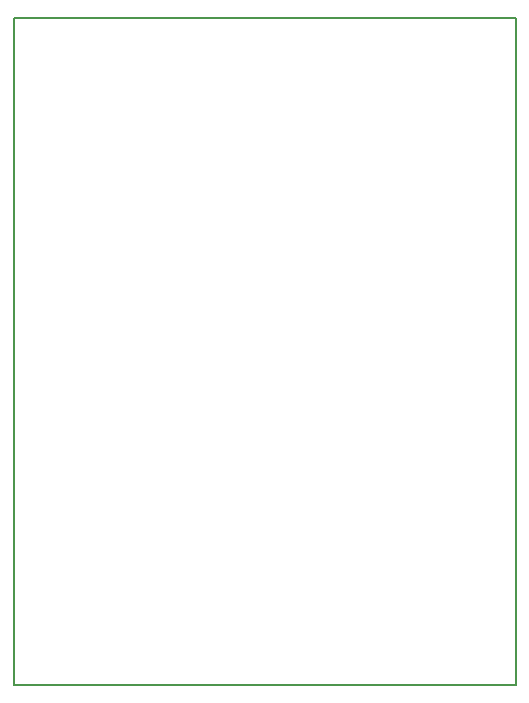
<source format=gbr>
%TF.GenerationSoftware,KiCad,Pcbnew,8.0.8*%
%TF.CreationDate,2025-02-03T11:26:52-05:00*%
%TF.ProjectId,Power_Supply_Board,506f7765-725f-4537-9570-706c795f426f,rev?*%
%TF.SameCoordinates,Original*%
%TF.FileFunction,Profile,NP*%
%FSLAX46Y46*%
G04 Gerber Fmt 4.6, Leading zero omitted, Abs format (unit mm)*
G04 Created by KiCad (PCBNEW 8.0.8) date 2025-02-03 11:26:52*
%MOMM*%
%LPD*%
G01*
G04 APERTURE LIST*
%TA.AperFunction,Profile*%
%ADD10C,0.200000*%
%TD*%
G04 APERTURE END LIST*
D10*
X158000000Y-58250000D02*
X200500000Y-58250000D01*
X200500000Y-114750000D01*
X158000000Y-114750000D01*
X158000000Y-58250000D01*
M02*

</source>
